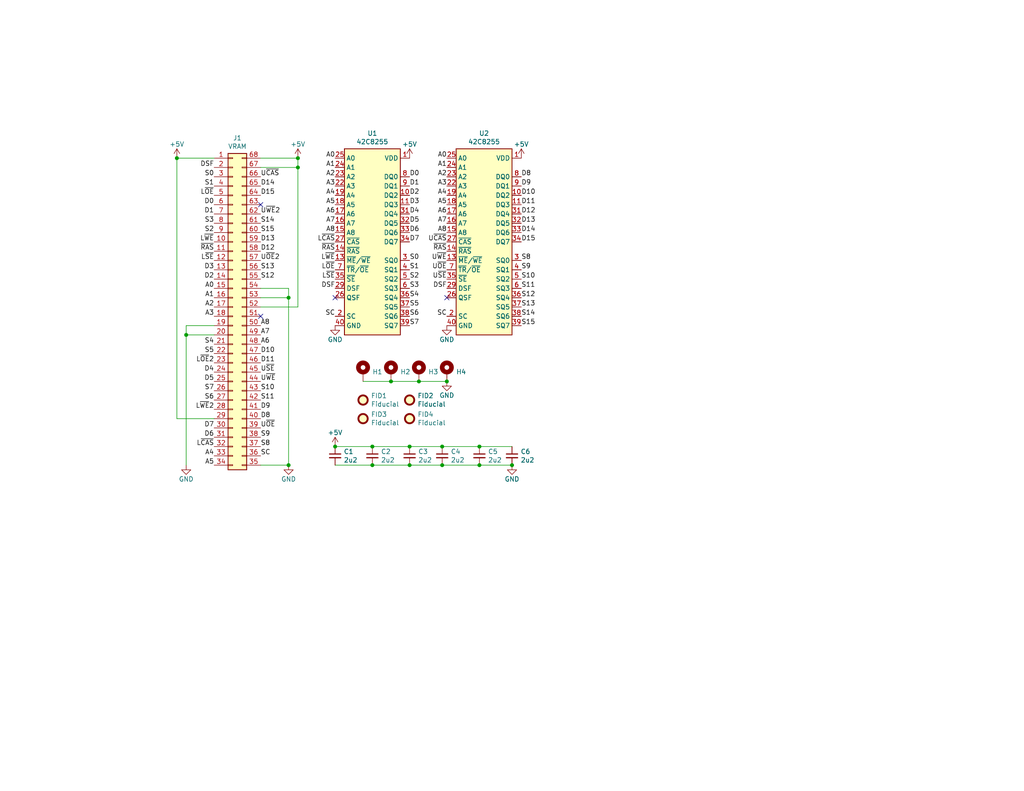
<source format=kicad_sch>
(kicad_sch (version 20230121) (generator eeschema)
  (paper "USLetter")
  (title_block (title "GW4405A") (date "2021-05-30") (rev "1.0") (company "Garrett's Workshop"))
  (lib_symbols
    (symbol "Connector_Generic:Conn_02x34_Counter_Clockwise" (pin_names (offset 1.016) hide)
      (property "Reference" "J" (at 1.27 43.18 0))
      (property "Value" "Conn_02x34_Counter_Clockwise" (at 1.27 -45.72 0))
      (symbol "Conn_02x34_Counter_Clockwise_1_1"
        (rectangle (start -1.27 -43.053) (end 0 -43.307) (stroke (width 0.1524)))
        (rectangle (start -1.27 -40.513) (end 0 -40.767) (stroke (width 0.1524)))
        (rectangle (start -1.27 -37.973) (end 0 -38.227) (stroke (width 0.1524)))
        (rectangle (start -1.27 -35.433) (end 0 -35.687) (stroke (width 0.1524)))
        (rectangle (start -1.27 -32.893) (end 0 -33.147) (stroke (width 0.1524)))
        (rectangle (start -1.27 -30.353) (end 0 -30.607) (stroke (width 0.1524)))
        (rectangle (start -1.27 -27.813) (end 0 -28.067) (stroke (width 0.1524)))
        (rectangle (start -1.27 -25.273) (end 0 -25.527) (stroke (width 0.1524)))
        (rectangle (start -1.27 -22.733) (end 0 -22.987) (stroke (width 0.1524)))
        (rectangle (start -1.27 -20.193) (end 0 -20.447) (stroke (width 0.1524)))
        (rectangle (start -1.27 -17.653) (end 0 -17.907) (stroke (width 0.1524)))
        (rectangle (start -1.27 -15.113) (end 0 -15.367) (stroke (width 0.1524)))
        (rectangle (start -1.27 -12.573) (end 0 -12.827) (stroke (width 0.1524)))
        (rectangle (start -1.27 -10.033) (end 0 -10.287) (stroke (width 0.1524)))
        (rectangle (start -1.27 -7.493) (end 0 -7.747) (stroke (width 0.1524)))
        (rectangle (start -1.27 -4.953) (end 0 -5.207) (stroke (width 0.1524)))
        (rectangle (start -1.27 -2.413) (end 0 -2.667) (stroke (width 0.1524)))
        (rectangle (start -1.27 0.127) (end 0 -0.127) (stroke (width 0.1524)))
        (rectangle (start -1.27 2.667) (end 0 2.413) (stroke (width 0.1524)))
        (rectangle (start -1.27 5.207) (end 0 4.953) (stroke (width 0.1524)))
        (rectangle (start -1.27 7.747) (end 0 7.493) (stroke (width 0.1524)))
        (rectangle (start -1.27 10.287) (end 0 10.033) (stroke (width 0.1524)))
        (rectangle (start -1.27 12.827) (end 0 12.573) (stroke (width 0.1524)))
        (rectangle (start -1.27 15.367) (end 0 15.113) (stroke (width 0.1524)))
        (rectangle (start -1.27 17.907) (end 0 17.653) (stroke (width 0.1524)))
        (rectangle (start -1.27 20.447) (end 0 20.193) (stroke (width 0.1524)))
        (rectangle (start -1.27 22.987) (end 0 22.733) (stroke (width 0.1524)))
        (rectangle (start -1.27 25.527) (end 0 25.273) (stroke (width 0.1524)))
        (rectangle (start -1.27 28.067) (end 0 27.813) (stroke (width 0.1524)))
        (rectangle (start -1.27 30.607) (end 0 30.353) (stroke (width 0.1524)))
        (rectangle (start -1.27 33.147) (end 0 32.893) (stroke (width 0.1524)))
        (rectangle (start -1.27 35.687) (end 0 35.433) (stroke (width 0.1524)))
        (rectangle (start -1.27 38.227) (end 0 37.973) (stroke (width 0.1524)))
        (rectangle (start -1.27 40.767) (end 0 40.513) (stroke (width 0.1524)))
        (rectangle (start -1.27 41.91) (end 3.81 -44.45) (stroke (width 0.254)) (fill (type background)))
        (rectangle (start 3.81 -43.053) (end 2.54 -43.307) (stroke (width 0.1524)))
        (rectangle (start 3.81 -40.513) (end 2.54 -40.767) (stroke (width 0.1524)))
        (rectangle (start 3.81 -37.973) (end 2.54 -38.227) (stroke (width 0.1524)))
        (rectangle (start 3.81 -35.433) (end 2.54 -35.687) (stroke (width 0.1524)))
        (rectangle (start 3.81 -32.893) (end 2.54 -33.147) (stroke (width 0.1524)))
        (rectangle (start 3.81 -30.353) (end 2.54 -30.607) (stroke (width 0.1524)))
        (rectangle (start 3.81 -27.813) (end 2.54 -28.067) (stroke (width 0.1524)))
        (rectangle (start 3.81 -25.273) (end 2.54 -25.527) (stroke (width 0.1524)))
        (rectangle (start 3.81 -22.733) (end 2.54 -22.987) (stroke (width 0.1524)))
        (rectangle (start 3.81 -20.193) (end 2.54 -20.447) (stroke (width 0.1524)))
        (rectangle (start 3.81 -17.653) (end 2.54 -17.907) (stroke (width 0.1524)))
        (rectangle (start 3.81 -15.113) (end 2.54 -15.367) (stroke (width 0.1524)))
        (rectangle (start 3.81 -12.573) (end 2.54 -12.827) (stroke (width 0.1524)))
        (rectangle (start 3.81 -10.033) (end 2.54 -10.287) (stroke (width 0.1524)))
        (rectangle (start 3.81 -7.493) (end 2.54 -7.747) (stroke (width 0.1524)))
        (rectangle (start 3.81 -4.953) (end 2.54 -5.207) (stroke (width 0.1524)))
        (rectangle (start 3.81 -2.413) (end 2.54 -2.667) (stroke (width 0.1524)))
        (rectangle (start 3.81 0.127) (end 2.54 -0.127) (stroke (width 0.1524)))
        (rectangle (start 3.81 2.667) (end 2.54 2.413) (stroke (width 0.1524)))
        (rectangle (start 3.81 5.207) (end 2.54 4.953) (stroke (width 0.1524)))
        (rectangle (start 3.81 7.747) (end 2.54 7.493) (stroke (width 0.1524)))
        (rectangle (start 3.81 10.287) (end 2.54 10.033) (stroke (width 0.1524)))
        (rectangle (start 3.81 12.827) (end 2.54 12.573) (stroke (width 0.1524)))
        (rectangle (start 3.81 15.367) (end 2.54 15.113) (stroke (width 0.1524)))
        (rectangle (start 3.81 17.907) (end 2.54 17.653) (stroke (width 0.1524)))
        (rectangle (start 3.81 20.447) (end 2.54 20.193) (stroke (width 0.1524)))
        (rectangle (start 3.81 22.987) (end 2.54 22.733) (stroke (width 0.1524)))
        (rectangle (start 3.81 25.527) (end 2.54 25.273) (stroke (width 0.1524)))
        (rectangle (start 3.81 28.067) (end 2.54 27.813) (stroke (width 0.1524)))
        (rectangle (start 3.81 30.607) (end 2.54 30.353) (stroke (width 0.1524)))
        (rectangle (start 3.81 33.147) (end 2.54 32.893) (stroke (width 0.1524)))
        (rectangle (start 3.81 35.687) (end 2.54 35.433) (stroke (width 0.1524)))
        (rectangle (start 3.81 38.227) (end 2.54 37.973) (stroke (width 0.1524)))
        (rectangle (start 3.81 40.767) (end 2.54 40.513) (stroke (width 0.1524)))
        (pin passive line (at -5.08 40.64 0) (length 3.81) (name "Pin_1") (number "1"))
        (pin passive line (at -5.08 17.78 0) (length 3.81) (name "Pin_10") (number "10"))
        (pin passive line (at -5.08 15.24 0) (length 3.81) (name "Pin_11") (number "11"))
        (pin passive line (at -5.08 12.7 0) (length 3.81) (name "Pin_12") (number "12"))
        (pin passive line (at -5.08 10.16 0) (length 3.81) (name "Pin_13") (number "13"))
        (pin passive line (at -5.08 7.62 0) (length 3.81) (name "Pin_14") (number "14"))
        (pin passive line (at -5.08 5.08 0) (length 3.81) (name "Pin_15") (number "15"))
        (pin passive line (at -5.08 2.54 0) (length 3.81) (name "Pin_16") (number "16"))
        (pin passive line (at -5.08 0 0) (length 3.81) (name "Pin_17") (number "17"))
        (pin passive line (at -5.08 -2.54 0) (length 3.81) (name "Pin_18") (number "18"))
        (pin passive line (at -5.08 -5.08 0) (length 3.81) (name "Pin_19") (number "19"))
        (pin passive line (at -5.08 38.1 0) (length 3.81) (name "Pin_2") (number "2"))
        (pin passive line (at -5.08 -7.62 0) (length 3.81) (name "Pin_20") (number "20"))
        (pin passive line (at -5.08 -10.16 0) (length 3.81) (name "Pin_21") (number "21"))
        (pin passive line (at -5.08 -12.7 0) (length 3.81) (name "Pin_22") (number "22"))
        (pin passive line (at -5.08 -15.24 0) (length 3.81) (name "Pin_23") (number "23"))
        (pin passive line (at -5.08 -17.78 0) (length 3.81) (name "Pin_24") (number "24"))
        (pin passive line (at -5.08 -20.32 0) (length 3.81) (name "Pin_25") (number "25"))
        (pin passive line (at -5.08 -22.86 0) (length 3.81) (name "Pin_26") (number "26"))
        (pin passive line (at -5.08 -25.4 0) (length 3.81) (name "Pin_27") (number "27"))
        (pin passive line (at -5.08 -27.94 0) (length 3.81) (name "Pin_28") (number "28"))
        (pin passive line (at -5.08 -30.48 0) (length 3.81) (name "Pin_29") (number "29"))
        (pin passive line (at -5.08 35.56 0) (length 3.81) (name "Pin_3") (number "3"))
        (pin passive line (at -5.08 -33.02 0) (length 3.81) (name "Pin_30") (number "30"))
        (pin passive line (at -5.08 -35.56 0) (length 3.81) (name "Pin_31") (number "31"))
        (pin passive line (at -5.08 -38.1 0) (length 3.81) (name "Pin_32") (number "32"))
        (pin passive line (at -5.08 -40.64 0) (length 3.81) (name "Pin_33") (number "33"))
        (pin passive line (at -5.08 -43.18 0) (length 3.81) (name "Pin_34") (number "34"))
        (pin passive line (at 7.62 -43.18 180) (length 3.81) (name "Pin_35") (number "35"))
        (pin passive line (at 7.62 -40.64 180) (length 3.81) (name "Pin_36") (number "36"))
        (pin passive line (at 7.62 -38.1 180) (length 3.81) (name "Pin_37") (number "37"))
        (pin passive line (at 7.62 -35.56 180) (length 3.81) (name "Pin_38") (number "38"))
        (pin passive line (at 7.62 -33.02 180) (length 3.81) (name "Pin_39") (number "39"))
        (pin passive line (at -5.08 33.02 0) (length 3.81) (name "Pin_4") (number "4"))
        (pin passive line (at 7.62 -30.48 180) (length 3.81) (name "Pin_40") (number "40"))
        (pin passive line (at 7.62 -27.94 180) (length 3.81) (name "Pin_41") (number "41"))
        (pin passive line (at 7.62 -25.4 180) (length 3.81) (name "Pin_42") (number "42"))
        (pin passive line (at 7.62 -22.86 180) (length 3.81) (name "Pin_43") (number "43"))
        (pin passive line (at 7.62 -20.32 180) (length 3.81) (name "Pin_44") (number "44"))
        (pin passive line (at 7.62 -17.78 180) (length 3.81) (name "Pin_45") (number "45"))
        (pin passive line (at 7.62 -15.24 180) (length 3.81) (name "Pin_46") (number "46"))
        (pin passive line (at 7.62 -12.7 180) (length 3.81) (name "Pin_47") (number "47"))
        (pin passive line (at 7.62 -10.16 180) (length 3.81) (name "Pin_48") (number "48"))
        (pin passive line (at 7.62 -7.62 180) (length 3.81) (name "Pin_49") (number "49"))
        (pin passive line (at -5.08 30.48 0) (length 3.81) (name "Pin_5") (number "5"))
        (pin passive line (at 7.62 -5.08 180) (length 3.81) (name "Pin_50") (number "50"))
        (pin passive line (at 7.62 -2.54 180) (length 3.81) (name "Pin_51") (number "51"))
        (pin passive line (at 7.62 0 180) (length 3.81) (name "Pin_52") (number "52"))
        (pin passive line (at 7.62 2.54 180) (length 3.81) (name "Pin_53") (number "53"))
        (pin passive line (at 7.62 5.08 180) (length 3.81) (name "Pin_54") (number "54"))
        (pin passive line (at 7.62 7.62 180) (length 3.81) (name "Pin_55") (number "55"))
        (pin passive line (at 7.62 10.16 180) (length 3.81) (name "Pin_56") (number "56"))
        (pin passive line (at 7.62 12.7 180) (length 3.81) (name "Pin_57") (number "57"))
        (pin passive line (at 7.62 15.24 180) (length 3.81) (name "Pin_58") (number "58"))
        (pin passive line (at 7.62 17.78 180) (length 3.81) (name "Pin_59") (number "59"))
        (pin passive line (at -5.08 27.94 0) (length 3.81) (name "Pin_6") (number "6"))
        (pin passive line (at 7.62 20.32 180) (length 3.81) (name "Pin_60") (number "60"))
        (pin passive line (at 7.62 22.86 180) (length 3.81) (name "Pin_61") (number "61"))
        (pin passive line (at 7.62 25.4 180) (length 3.81) (name "Pin_62") (number "62"))
        (pin passive line (at 7.62 27.94 180) (length 3.81) (name "Pin_63") (number "63"))
        (pin passive line (at 7.62 30.48 180) (length 3.81) (name "Pin_64") (number "64"))
        (pin passive line (at 7.62 33.02 180) (length 3.81) (name "Pin_65") (number "65"))
        (pin passive line (at 7.62 35.56 180) (length 3.81) (name "Pin_66") (number "66"))
        (pin passive line (at 7.62 38.1 180) (length 3.81) (name "Pin_67") (number "67"))
        (pin passive line (at 7.62 40.64 180) (length 3.81) (name "Pin_68") (number "68"))
        (pin passive line (at -5.08 25.4 0) (length 3.81) (name "Pin_7") (number "7"))
        (pin passive line (at -5.08 22.86 0) (length 3.81) (name "Pin_8") (number "8"))
        (pin passive line (at -5.08 20.32 0) (length 3.81) (name "Pin_9") (number "9"))
      )
    )
    (symbol "Device:C_Small" (pin_numbers hide) (pin_names (offset 0.254) hide)
      (property "Reference" "C" (at 0.254 1.778 0))
      (property "Value" "C_Small" (at 0.254 -2.032 0))
      (symbol "C_Small_0_1"
        (polyline (pts (xy -1.524 -0.508) (xy 1.524 -0.508)) (stroke (width 0.3302)))
        (polyline (pts (xy -1.524 0.508) (xy 1.524 0.508)) (stroke (width 0.3048)))
      )
      (symbol "C_Small_1_1"
        (pin passive line (at 0 2.54 270) (length 2.032) (name "~") (number "1"))
        (pin passive line (at 0 -2.54 90) (length 2.032) (name "~") (number "2"))
      )
    )
    (symbol "GW_RAM:VRAM-256kx8-SOP-40"
      (property "Reference" "U" (at 0 26.67 0))
      (property "Value" "VRAM-256kx8-SOP-40" (at 1.27 0 90))
      (symbol "VRAM-256kx8-SOP-40_0_1"
        (rectangle (start -7.62 25.4) (end 7.62 -25.4) (stroke (width 0.254)) (fill (type background)))
      )
      (symbol "VRAM-256kx8-SOP-40_1_1"
        (pin power_in line (at 10.16 22.86 180) (length 2.54) (name "VDD") (number "1"))
        (pin bidirectional line (at 10.16 12.7 180) (length 2.54) (name "DQ2") (number "10"))
        (pin bidirectional line (at 10.16 10.16 180) (length 2.54) (name "DQ3") (number "11"))
        (pin power_in line (at -10.16 -22.86 0) (length 2.54) hide (name "GND") (number "12"))
        (pin input line (at -10.16 -5.08 0) (length 2.54) (name "~{ME}/~{WE}") (number "13"))
        (pin input line (at -10.16 -2.54 0) (length 2.54) (name "~{RAS}") (number "14"))
        (pin input line (at -10.16 2.54 0) (length 2.54) (name "A8") (number "15"))
        (pin input line (at -10.16 5.08 0) (length 2.54) (name "A7") (number "16"))
        (pin input line (at -10.16 7.62 0) (length 2.54) (name "A6") (number "17"))
        (pin input line (at -10.16 10.16 0) (length 2.54) (name "A5") (number "18"))
        (pin input line (at -10.16 12.7 0) (length 2.54) (name "A4") (number "19"))
        (pin input line (at -10.16 -20.32 0) (length 2.54) (name "SC") (number "2"))
        (pin power_in line (at 10.16 22.86 180) (length 2.54) hide (name "VDD") (number "20"))
        (pin power_in line (at -10.16 -22.86 0) (length 2.54) hide (name "GND") (number "21"))
        (pin input line (at -10.16 15.24 0) (length 2.54) (name "A3") (number "22"))
        (pin input line (at -10.16 17.78 0) (length 2.54) (name "A2") (number "23"))
        (pin input line (at -10.16 20.32 0) (length 2.54) (name "A1") (number "24"))
        (pin input line (at -10.16 22.86 0) (length 2.54) (name "A0") (number "25"))
        (pin output line (at -10.16 -15.24 0) (length 2.54) (name "QSF") (number "26"))
        (pin input line (at -10.16 0 0) (length 2.54) (name "~{CAS}") (number "27"))
        (pin input line (at -10.16 -12.7 0) (length 2.54) (name "DSF") (number "29"))
        (pin bidirectional line (at 10.16 -5.08 180) (length 2.54) (name "SQ0") (number "3"))
        (pin power_in line (at -10.16 -22.86 0) (length 2.54) hide (name "GND") (number "30"))
        (pin bidirectional line (at 10.16 7.62 180) (length 2.54) (name "DQ4") (number "31"))
        (pin bidirectional line (at 10.16 5.08 180) (length 2.54) (name "DQ5") (number "32"))
        (pin bidirectional line (at 10.16 2.54 180) (length 2.54) (name "DQ6") (number "33"))
        (pin bidirectional line (at 10.16 0 180) (length 2.54) (name "DQ7") (number "34"))
        (pin input line (at -10.16 -10.16 0) (length 2.54) (name "~{SE}") (number "35"))
        (pin bidirectional line (at 10.16 -15.24 180) (length 2.54) (name "SQ4") (number "36"))
        (pin bidirectional line (at 10.16 -17.78 180) (length 2.54) (name "SQ5") (number "37"))
        (pin bidirectional line (at 10.16 -20.32 180) (length 2.54) (name "SQ6") (number "38"))
        (pin bidirectional line (at 10.16 -22.86 180) (length 2.54) (name "SQ7") (number "39"))
        (pin bidirectional line (at 10.16 -7.62 180) (length 2.54) (name "SQ1") (number "4"))
        (pin power_in line (at -10.16 -22.86 0) (length 2.54) (name "GND") (number "40"))
        (pin bidirectional line (at 10.16 -10.16 180) (length 2.54) (name "SQ2") (number "5"))
        (pin bidirectional line (at 10.16 -12.7 180) (length 2.54) (name "SQ3") (number "6"))
        (pin input line (at -10.16 -7.62 0) (length 2.54) (name "~{TR}/~{OE}") (number "7"))
        (pin bidirectional line (at 10.16 17.78 180) (length 2.54) (name "DQ0") (number "8"))
        (pin bidirectional line (at 10.16 15.24 180) (length 2.54) (name "DQ1") (number "9"))
      )
    )
    (symbol "Mechanical:Fiducial"
      (property "Reference" "FID" (at 0 5.08 0))
      (property "Value" "Fiducial" (at 0 3.175 0))
      (symbol "Fiducial_0_1"
        (circle (center 0 0) (radius 1.27) (stroke (width 0.508)) (fill (type background)))
      )
    )
    (symbol "Mechanical:MountingHole_Pad" (pin_numbers hide) (pin_names (offset 1.016) hide)
      (property "Reference" "H" (at 0 6.35 0))
      (property "Value" "MountingHole_Pad" (at 0 4.445 0))
      (symbol "MountingHole_Pad_0_1"
        (circle (center 0 1.27) (radius 1.27) (stroke (width 1.27)))
      )
      (symbol "MountingHole_Pad_1_1"
        (pin input line (at 0 -2.54 90) (length 2.54) (name "1") (number "1"))
      )
    )
    (symbol "power:+5V" (power) (pin_names (offset 0))
      (property "Value" "+5V" (at 0 3.556 0))
      (symbol "+5V_0_1"
        (polyline (pts (xy -0.762 1.27) (xy 0 2.54)))
        (polyline (pts (xy 0 0) (xy 0 2.54)))
        (polyline (pts (xy 0 2.54) (xy 0.762 1.27)))
      )
      (symbol "+5V_1_1"
        (pin power_in line (at 0 0 90) (length 0) hide (name "+5V") (number "1"))
      )
    )
    (symbol "power:GND" (power) (pin_names (offset 0))
      (property "Value" "GND" (at 0 -3.81 0))
      (symbol "GND_0_1"
        (polyline (pts (xy 0 0) (xy 0 -1.27) (xy 1.27 -1.27) (xy 0 -2.54) (xy -1.27 -1.27) (xy 0 -1.27)))
      )
      (symbol "GND_1_1"
        (pin power_in line (at 0 0 270) (length 0) hide (name "GND") (number "1"))
      )
    )
  )
  (junction (at 120.65 127))
  (junction (at 111.76 121.92))
  (junction (at 111.76 127))
  (junction (at 48.26 43.18))
  (junction (at 101.6 127))
  (junction (at 114.3 104.14))
  (junction (at 78.74 127))
  (junction (at 78.74 81.28))
  (junction (at 130.81 127))
  (junction (at 91.44 121.92))
  (junction (at 101.6 121.92))
  (junction (at 81.28 45.72))
  (junction (at 81.28 43.18))
  (junction (at 106.68 104.14))
  (junction (at 121.92 104.14))
  (junction (at 50.8 91.44))
  (junction (at 139.7 127))
  (junction (at 120.65 121.92))
  (junction (at 130.81 121.92))
  (no_connect (at 71.12 55.88))
  (no_connect (at 121.92 81.28))
  (no_connect (at 71.12 86.36))
  (no_connect (at 91.44 81.28))
  (wire (pts (xy 91.44 121.92) (xy 101.6 121.92)))
  (wire (pts (xy 81.28 83.82) (xy 71.12 83.82)))
  (wire (pts (xy 50.8 91.44) (xy 50.8 127)))
  (wire (pts (xy 101.6 121.92) (xy 111.76 121.92)))
  (wire (pts (xy 48.26 43.18) (xy 58.42 43.18)))
  (wire (pts (xy 99.06 104.14) (xy 106.68 104.14)))
  (wire (pts (xy 120.65 127) (xy 130.81 127)))
  (wire (pts (xy 58.42 88.9) (xy 50.8 88.9)))
  (wire (pts (xy 91.44 127) (xy 101.6 127)))
  (wire (pts (xy 114.3 104.14) (xy 121.92 104.14)))
  (wire (pts (xy 48.26 114.3) (xy 58.42 114.3)))
  (wire (pts (xy 81.28 45.72) (xy 81.28 83.82)))
  (wire (pts (xy 48.26 43.18) (xy 48.26 114.3)))
  (wire (pts (xy 71.12 45.72) (xy 81.28 45.72)))
  (wire (pts (xy 120.65 121.92) (xy 130.81 121.92)))
  (wire (pts (xy 130.81 127) (xy 139.7 127)))
  (wire (pts (xy 111.76 127) (xy 120.65 127)))
  (wire (pts (xy 81.28 43.18) (xy 81.28 45.72)))
  (wire (pts (xy 71.12 127) (xy 78.74 127)))
  (wire (pts (xy 78.74 81.28) (xy 71.12 81.28)))
  (wire (pts (xy 130.81 121.92) (xy 139.7 121.92)))
  (wire (pts (xy 58.42 91.44) (xy 50.8 91.44)))
  (wire (pts (xy 81.28 43.18) (xy 71.12 43.18)))
  (wire (pts (xy 101.6 127) (xy 111.76 127)))
  (wire (pts (xy 50.8 88.9) (xy 50.8 91.44)))
  (wire (pts (xy 106.68 104.14) (xy 114.3 104.14)))
  (wire (pts (xy 78.74 78.74) (xy 78.74 81.28)))
  (wire (pts (xy 71.12 78.74) (xy 78.74 78.74)))
  (wire (pts (xy 78.74 127) (xy 78.74 81.28)))
  (wire (pts (xy 111.76 121.92) (xy 120.65 121.92)))
  (label "U~{WE}2" (at 71.12 58.42 0))
  (label "D4" (at 111.76 58.42 0))
  (label "S7" (at 58.42 106.68 180))
  (label "A0" (at 91.44 43.18 180))
  (label "D5" (at 58.42 104.14 180))
  (label "S3" (at 111.76 78.74 0))
  (label "D10" (at 142.24 53.34 0))
  (label "D1" (at 58.42 58.42 180))
  (label "L~{OE}" (at 58.42 53.34 180))
  (label "A2" (at 91.44 48.26 180))
  (label "A5" (at 91.44 55.88 180))
  (label "~{RAS}" (at 121.92 68.58 180))
  (label "S9" (at 142.24 73.66 0))
  (label "D1" (at 111.76 50.8 0))
  (label "S4" (at 58.42 93.98 180))
  (label "A1" (at 121.92 45.72 180))
  (label "U~{WE}" (at 121.92 71.12 180))
  (label "A1" (at 91.44 45.72 180))
  (label "S12" (at 71.12 76.2 0))
  (label "U~{OE}" (at 121.92 73.66 180))
  (label "S10" (at 142.24 76.2 0))
  (label "A6" (at 71.12 93.98 0))
  (label "A5" (at 58.42 127 180))
  (label "S3" (at 58.42 60.96 180))
  (label "D11" (at 71.12 99.06 0))
  (label "A3" (at 121.92 50.8 180))
  (label "U~{OE}2" (at 71.12 71.12 0))
  (label "A3" (at 58.42 86.36 180))
  (label "A1" (at 58.42 81.28 180))
  (label "A3" (at 91.44 50.8 180))
  (label "S1" (at 58.42 50.8 180))
  (label "U~{SE}" (at 71.12 101.6 0))
  (label "S5" (at 58.42 96.52 180))
  (label "S4" (at 111.76 81.28 0))
  (label "D3" (at 111.76 55.88 0))
  (label "S2" (at 111.76 76.2 0))
  (label "A7" (at 71.12 91.44 0))
  (label "A2" (at 121.92 48.26 180))
  (label "S13" (at 71.12 73.66 0))
  (label "D7" (at 58.42 116.84 180))
  (label "A8" (at 71.12 88.9 0))
  (label "S14" (at 71.12 60.96 0))
  (label "D14" (at 71.12 50.8 0))
  (label "A6" (at 121.92 58.42 180))
  (label "DSF" (at 58.42 45.72 180))
  (label "S9" (at 71.12 119.38 0))
  (label "S6" (at 111.76 86.36 0))
  (label "U~{WE}" (at 71.12 104.14 0))
  (label "D14" (at 142.24 63.5 0))
  (label "~{RAS}" (at 91.44 68.58 180))
  (label "U~{CAS}" (at 71.12 48.26 0))
  (label "A4" (at 121.92 53.34 180))
  (label "DSF" (at 91.44 78.74 180))
  (label "S11" (at 142.24 78.74 0))
  (label "A8" (at 121.92 63.5 180))
  (label "SC" (at 91.44 86.36 180))
  (label "S8" (at 71.12 121.92 0))
  (label "D8" (at 142.24 48.26 0))
  (label "S1" (at 111.76 73.66 0))
  (label "S8" (at 142.24 71.12 0))
  (label "S12" (at 142.24 81.28 0))
  (label "D6" (at 58.42 119.38 180))
  (label "SC" (at 121.92 86.36 180))
  (label "D6" (at 111.76 63.5 0))
  (label "D8" (at 71.12 114.3 0))
  (label "A7" (at 91.44 60.96 180))
  (label "D0" (at 111.76 48.26 0))
  (label "L~{CAS}" (at 58.42 121.92 180))
  (label "D7" (at 111.76 66.04 0))
  (label "A2" (at 58.42 83.82 180))
  (label "L~{SE}" (at 91.44 76.2 180))
  (label "L~{WE}2" (at 58.42 111.76 180))
  (label "S15" (at 71.12 63.5 0))
  (label "S6" (at 58.42 109.22 180))
  (label "D11" (at 142.24 55.88 0))
  (label "DSF" (at 121.92 78.74 180))
  (label "L~{OE}" (at 91.44 73.66 180))
  (label "S15" (at 142.24 88.9 0))
  (label "A4" (at 91.44 53.34 180))
  (label "D12" (at 71.12 68.58 0))
  (label "D9" (at 71.12 111.76 0))
  (label "D2" (at 111.76 53.34 0))
  (label "A4" (at 58.42 124.46 180))
  (label "D9" (at 142.24 50.8 0))
  (label "D0" (at 58.42 55.88 180))
  (label "D12" (at 142.24 58.42 0))
  (label "D15" (at 142.24 66.04 0))
  (label "L~{WE}" (at 91.44 71.12 180))
  (label "A7" (at 121.92 60.96 180))
  (label "A0" (at 58.42 78.74 180))
  (label "D2" (at 58.42 76.2 180))
  (label "D10" (at 71.12 96.52 0))
  (label "SC" (at 71.12 124.46 0))
  (label "L~{CAS}" (at 91.44 66.04 180))
  (label "S7" (at 111.76 88.9 0))
  (label "U~{SE}" (at 121.92 76.2 180))
  (label "L~{SE}" (at 58.42 71.12 180))
  (label "D5" (at 111.76 60.96 0))
  (label "D4" (at 58.42 101.6 180))
  (label "A5" (at 121.92 55.88 180))
  (label "S14" (at 142.24 86.36 0))
  (label "L~{OE}2" (at 58.42 99.06 180))
  (label "L~{WE}" (at 58.42 66.04 180))
  (label "S2" (at 58.42 63.5 180))
  (label "D15" (at 71.12 53.34 0))
  (label "~{RAS}" (at 58.42 68.58 180))
  (label "S10" (at 71.12 106.68 0))
  (label "S0" (at 111.76 71.12 0))
  (label "A8" (at 91.44 63.5 180))
  (label "D13" (at 71.12 66.04 0))
  (label "U~{CAS}" (at 121.92 66.04 180))
  (label "S11" (at 71.12 109.22 0))
  (label "S13" (at 142.24 83.82 0))
  (label "D3" (at 58.42 73.66 180))
  (label "S5" (at 111.76 83.82 0))
  (label "U~{OE}" (at 71.12 116.84 0))
  (label "A0" (at 121.92 43.18 180))
  (label "D13" (at 142.24 60.96 0))
  (label "S0" (at 58.42 48.26 180))
  (label "A6" (at 91.44 58.42 180))
  (symbol (lib_id "Device:C_Small") (at 120.65 124.46 0) (unit 1)
    (property "Reference" "C4" (at 122.9868 123.2916 0) (effects (justify left)))
    (property "Value" "2u2" (at 122.9868 125.603 0) (effects (justify left)))
    (property "Footprint" "stdpads:C_0805" (effects hide))
  )
  (symbol (lib_id "Device:C_Small") (at 91.44 124.46 0) (unit 1)
    (property "Reference" "C1" (at 93.7768 123.2916 0) (effects (justify left)))
    (property "Value" "2u2" (at 93.7768 125.603 0) (effects (justify left)))
    (property "Footprint" "stdpads:C_0805" (effects hide))
  )
  (symbol (lib_id "Device:C_Small") (at 101.6 124.46 0) (unit 1)
    (property "Reference" "C2" (at 103.9368 123.2916 0) (effects (justify left)))
    (property "Value" "2u2" (at 103.9368 125.603 0) (effects (justify left)))
    (property "Footprint" "stdpads:C_0805" (effects hide))
  )
  (symbol (lib_id "Device:C_Small") (at 111.76 124.46 0) (unit 1)
    (property "Reference" "C3" (at 114.0968 123.2916 0) (effects (justify left)))
    (property "Value" "2u2" (at 114.0968 125.603 0) (effects (justify left)))
    (property "Footprint" "stdpads:C_0805" (effects hide))
  )
  (symbol (lib_id "power:+5V") (at 91.44 121.92 0) (unit 1)
    (property "Reference" "#PWR0146" (effects hide))
    (property "Value" "+5V" (at 91.44 118.11 0))
  )
  (symbol (lib_id "Mechanical:MountingHole_Pad") (at 114.3 101.6 0) (unit 1)
    (property "Reference" "H3" (at 116.84 101.5238 0) (effects (justify left)))
    (property "Value" " " (effects hide))
    (property "Footprint" "stdpads:PasteHole_1.1mm_PTH" (effects hide))
  )
  (symbol (lib_id "Mechanical:MountingHole_Pad") (at 121.92 101.6 0) (unit 1)
    (property "Reference" "H4" (at 124.46 101.5238 0) (effects (justify left)))
    (property "Value" " " (effects hide))
    (property "Footprint" "stdpads:PasteHole_1.1mm_PTH" (effects hide))
  )
  (symbol (lib_id "power:GND") (at 121.92 104.14 0) (mirror y) (unit 1)
    (property "Reference" "#PWR0145" (effects hide))
    (property "Value" "GND" (at 121.92 107.95 0))
  )
  (symbol (lib_id "Mechanical:Fiducial") (at 99.06 109.22 0) (unit 1)
    (property "Reference" "FID1" (at 101.219 108.0516 0) (effects (justify left)))
    (property "Value" "Fiducial" (at 101.219 110.363 0) (effects (justify left)))
    (property "Footprint" "stdpads:Fiducial" (effects hide))
  )
  (symbol (lib_id "Mechanical:Fiducial") (at 111.76 109.22 0) (unit 1)
    (property "Reference" "FID2" (at 113.919 108.0516 0) (effects (justify left)))
    (property "Value" "Fiducial" (at 113.919 110.363 0) (effects (justify left)))
    (property "Footprint" "stdpads:Fiducial" (effects hide))
  )
  (symbol (lib_id "Mechanical:Fiducial") (at 99.06 114.3 0) (unit 1)
    (property "Reference" "FID3" (at 101.219 113.1316 0) (effects (justify left)))
    (property "Value" "Fiducial" (at 101.219 115.443 0) (effects (justify left)))
    (property "Footprint" "stdpads:Fiducial" (effects hide))
  )
  (symbol (lib_id "Mechanical:Fiducial") (at 111.76 114.3 0) (unit 1)
    (property "Reference" "FID4" (at 113.919 113.1316 0) (effects (justify left)))
    (property "Value" "Fiducial" (at 113.919 115.443 0) (effects (justify left)))
    (property "Footprint" "stdpads:Fiducial" (effects hide))
  )
  (symbol (lib_id "Mechanical:MountingHole_Pad") (at 99.06 101.6 0) (unit 1)
    (property "Reference" "H1" (at 101.6 101.5238 0) (effects (justify left)))
    (property "Value" " " (effects hide))
    (property "Footprint" "stdpads:PasteHole_1.1mm_PTH" (effects hide))
  )
  (symbol (lib_id "Mechanical:MountingHole_Pad") (at 106.68 101.6 0) (unit 1)
    (property "Reference" "H2" (at 109.22 101.5238 0) (effects (justify left)))
    (property "Value" " " (effects hide))
    (property "Footprint" "stdpads:PasteHole_1.1mm_PTH" (effects hide))
  )
  (symbol (lib_id "GW_RAM:VRAM-256kx8-SOP-40") (at 101.6 66.04 0) (unit 1)
    (property "Reference" "U1" (at 101.6 36.3982 0))
    (property "Value" "42C8255" (at 101.6 38.7096 0))
    (property "Footprint" "stdpads:SOJ-40_400mil" (effects hide))
  )
  (symbol (lib_id "GW_RAM:VRAM-256kx8-SOP-40") (at 132.08 66.04 0) (unit 1)
    (property "Reference" "U2" (at 132.08 36.3982 0))
    (property "Value" "42C8255" (at 132.08 38.7096 0))
    (property "Footprint" "stdpads:SOJ-40_400mil" (effects hide))
  )
  (symbol (lib_id "power:+5V") (at 142.24 43.18 0) (unit 1)
    (property "Reference" "#PWR0101" (effects hide))
    (property "Value" "+5V" (at 142.24 39.37 0))
  )
  (symbol (lib_id "power:+5V") (at 111.76 43.18 0) (unit 1)
    (property "Reference" "#PWR0102" (effects hide))
    (property "Value" "+5V" (at 111.76 39.37 0))
  )
  (symbol (lib_id "power:GND") (at 121.92 88.9 0) (unit 1)
    (property "Reference" "#PWR0103" (effects hide))
    (property "Value" "GND" (at 121.92 92.71 0))
  )
  (symbol (lib_id "power:GND") (at 91.44 88.9 0) (unit 1)
    (property "Reference" "#PWR0104" (effects hide))
    (property "Value" "GND" (at 91.44 92.71 0))
  )
  (symbol (lib_id "Connector_Generic:Conn_02x34_Counter_Clockwise") (at 63.5 83.82 0) (unit 1)
    (property "Reference" "J1" (at 64.77 37.6682 0))
    (property "Value" "VRAM" (at 64.77 39.9796 0))
    (property "Footprint" "stdpads:MacVRAMSIMM_Edge" (effects hide))
  )
  (symbol (lib_id "power:+5V") (at 48.26 43.18 0) (unit 1)
    (property "Reference" "#PWR0105" (effects hide))
    (property "Value" "+5V" (at 48.26 39.37 0))
  )
  (symbol (lib_id "power:+5V") (at 81.28 43.18 0) (mirror y) (unit 1)
    (property "Reference" "#PWR0106" (effects hide))
    (property "Value" "+5V" (at 81.28 39.37 0))
  )
  (symbol (lib_id "power:GND") (at 78.74 127 0) (unit 1)
    (property "Reference" "#PWR0107" (effects hide))
    (property "Value" "GND" (at 78.74 130.81 0))
  )
  (symbol (lib_id "power:GND") (at 50.8 127 0) (unit 1)
    (property "Reference" "#PWR0108" (effects hide))
    (property "Value" "GND" (at 50.8 130.81 0))
  )
  (symbol (lib_id "Device:C_Small") (at 130.81 124.46 0) (unit 1)
    (property "Reference" "C5" (at 133.1468 123.2916 0) (effects (justify left)))
    (property "Value" "2u2" (at 133.1468 125.603 0) (effects (justify left)))
    (property "Footprint" "stdpads:C_0805" (effects hide))
  )
  (symbol (lib_id "Device:C_Small") (at 139.7 124.46 0) (unit 1)
    (property "Reference" "C6" (at 142.0368 123.2916 0) (effects (justify left)))
    (property "Value" "2u2" (at 142.0368 125.603 0) (effects (justify left)))
    (property "Footprint" "stdpads:C_0805" (effects hide))
  )
  (symbol (lib_id "power:GND") (at 139.7 127 0) (unit 1)
    (property "Reference" "#PWR0109" (effects hide))
    (property "Value" "GND" (at 139.7 130.81 0))
  )
)
</source>
